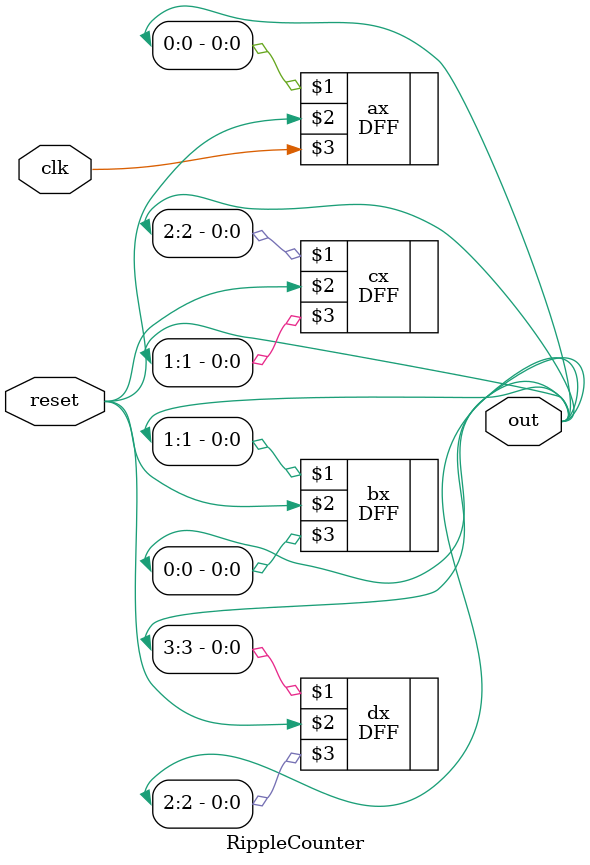
<source format=v>
module RippleCounter(clk,reset,out);
  input        clk, reset;
  output [3:0] out; // 4bit

  DFF ax(out[0],reset,clk);
  DFF bx(out[1],reset,out[0]);
  DFF cx(out[2],reset,out[1]);
  DFF dx(out[3],reset,out[2]);
endmodule
</source>
